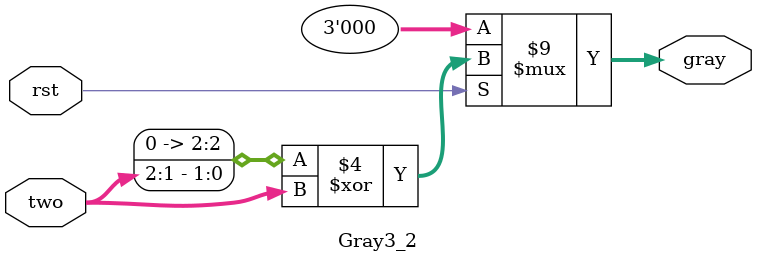
<source format=v>
`timescale 1ns / 1ps


module Gray3_2(
    input rst,
    input [2:0]two,
    output reg [2:0]gray
    );
    reg [2:0]t;
    
    always @(*)
    begin
        if(!rst) //ÎÞÐÅºÅ
          begin
              gray = 3'b000;
              t = 3'b000;
          end
        else
          begin
              t = two>>1;  //ÓÒÒÆÒ»Î»£¬µÃµ½¶ÔÓ¦×ó±ßµÄÊý
              gray = t^two; //Ã¿Ò»Î»Óë×ó±ßÄÇÒ»Î»Òì»ò£¬µÃµ½¸ñÀ×Âë
          end
    end
endmodule

</source>
